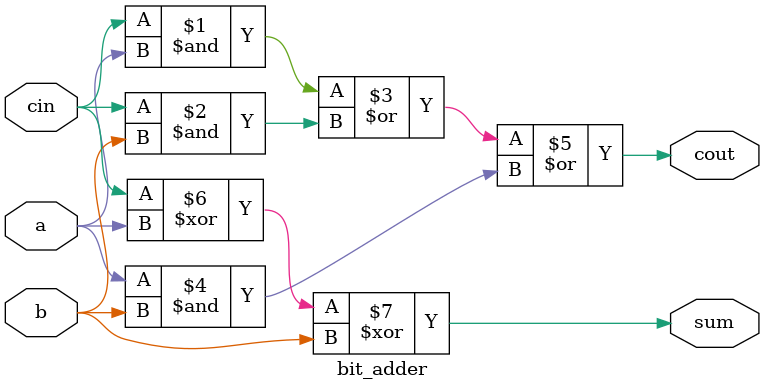
<source format=v>
module bit_adder(
	input a, b, cin,
	output sum, cout
);
	assign cout = (cin & a) | (cin & b) | (a & b);
	assign sum = cin ^ a ^ b;
endmodule

</source>
